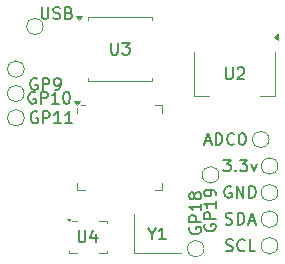
<source format=gbr>
%TF.GenerationSoftware,KiCad,Pcbnew,8.0.4*%
%TF.CreationDate,2024-08-15T19:07:05-07:00*%
%TF.ProjectId,RoboBuddy_NoSIlkScreen,526f626f-4275-4646-9479-5f4e6f53496c,rev?*%
%TF.SameCoordinates,Original*%
%TF.FileFunction,Legend,Top*%
%TF.FilePolarity,Positive*%
%FSLAX46Y46*%
G04 Gerber Fmt 4.6, Leading zero omitted, Abs format (unit mm)*
G04 Created by KiCad (PCBNEW 8.0.4) date 2024-08-15 19:07:05*
%MOMM*%
%LPD*%
G01*
G04 APERTURE LIST*
%ADD10C,0.150000*%
%ADD11C,0.120000*%
G04 APERTURE END LIST*
D10*
X138899523Y-84772438D02*
X138804285Y-84724819D01*
X138804285Y-84724819D02*
X138661428Y-84724819D01*
X138661428Y-84724819D02*
X138518571Y-84772438D01*
X138518571Y-84772438D02*
X138423333Y-84867676D01*
X138423333Y-84867676D02*
X138375714Y-84962914D01*
X138375714Y-84962914D02*
X138328095Y-85153390D01*
X138328095Y-85153390D02*
X138328095Y-85296247D01*
X138328095Y-85296247D02*
X138375714Y-85486723D01*
X138375714Y-85486723D02*
X138423333Y-85581961D01*
X138423333Y-85581961D02*
X138518571Y-85677200D01*
X138518571Y-85677200D02*
X138661428Y-85724819D01*
X138661428Y-85724819D02*
X138756666Y-85724819D01*
X138756666Y-85724819D02*
X138899523Y-85677200D01*
X138899523Y-85677200D02*
X138947142Y-85629580D01*
X138947142Y-85629580D02*
X138947142Y-85296247D01*
X138947142Y-85296247D02*
X138756666Y-85296247D01*
X139375714Y-85724819D02*
X139375714Y-84724819D01*
X139375714Y-84724819D02*
X139756666Y-84724819D01*
X139756666Y-84724819D02*
X139851904Y-84772438D01*
X139851904Y-84772438D02*
X139899523Y-84820057D01*
X139899523Y-84820057D02*
X139947142Y-84915295D01*
X139947142Y-84915295D02*
X139947142Y-85058152D01*
X139947142Y-85058152D02*
X139899523Y-85153390D01*
X139899523Y-85153390D02*
X139851904Y-85201009D01*
X139851904Y-85201009D02*
X139756666Y-85248628D01*
X139756666Y-85248628D02*
X139375714Y-85248628D01*
X140899523Y-85724819D02*
X140328095Y-85724819D01*
X140613809Y-85724819D02*
X140613809Y-84724819D01*
X140613809Y-84724819D02*
X140518571Y-84867676D01*
X140518571Y-84867676D02*
X140423333Y-84962914D01*
X140423333Y-84962914D02*
X140328095Y-85010533D01*
X141518571Y-84724819D02*
X141613809Y-84724819D01*
X141613809Y-84724819D02*
X141709047Y-84772438D01*
X141709047Y-84772438D02*
X141756666Y-84820057D01*
X141756666Y-84820057D02*
X141804285Y-84915295D01*
X141804285Y-84915295D02*
X141851904Y-85105771D01*
X141851904Y-85105771D02*
X141851904Y-85343866D01*
X141851904Y-85343866D02*
X141804285Y-85534342D01*
X141804285Y-85534342D02*
X141756666Y-85629580D01*
X141756666Y-85629580D02*
X141709047Y-85677200D01*
X141709047Y-85677200D02*
X141613809Y-85724819D01*
X141613809Y-85724819D02*
X141518571Y-85724819D01*
X141518571Y-85724819D02*
X141423333Y-85677200D01*
X141423333Y-85677200D02*
X141375714Y-85629580D01*
X141375714Y-85629580D02*
X141328095Y-85534342D01*
X141328095Y-85534342D02*
X141280476Y-85343866D01*
X141280476Y-85343866D02*
X141280476Y-85105771D01*
X141280476Y-85105771D02*
X141328095Y-84915295D01*
X141328095Y-84915295D02*
X141375714Y-84820057D01*
X141375714Y-84820057D02*
X141423333Y-84772438D01*
X141423333Y-84772438D02*
X141518571Y-84724819D01*
X155035714Y-95907200D02*
X155178571Y-95954819D01*
X155178571Y-95954819D02*
X155416666Y-95954819D01*
X155416666Y-95954819D02*
X155511904Y-95907200D01*
X155511904Y-95907200D02*
X155559523Y-95859580D01*
X155559523Y-95859580D02*
X155607142Y-95764342D01*
X155607142Y-95764342D02*
X155607142Y-95669104D01*
X155607142Y-95669104D02*
X155559523Y-95573866D01*
X155559523Y-95573866D02*
X155511904Y-95526247D01*
X155511904Y-95526247D02*
X155416666Y-95478628D01*
X155416666Y-95478628D02*
X155226190Y-95431009D01*
X155226190Y-95431009D02*
X155130952Y-95383390D01*
X155130952Y-95383390D02*
X155083333Y-95335771D01*
X155083333Y-95335771D02*
X155035714Y-95240533D01*
X155035714Y-95240533D02*
X155035714Y-95145295D01*
X155035714Y-95145295D02*
X155083333Y-95050057D01*
X155083333Y-95050057D02*
X155130952Y-95002438D01*
X155130952Y-95002438D02*
X155226190Y-94954819D01*
X155226190Y-94954819D02*
X155464285Y-94954819D01*
X155464285Y-94954819D02*
X155607142Y-95002438D01*
X156035714Y-95954819D02*
X156035714Y-94954819D01*
X156035714Y-94954819D02*
X156273809Y-94954819D01*
X156273809Y-94954819D02*
X156416666Y-95002438D01*
X156416666Y-95002438D02*
X156511904Y-95097676D01*
X156511904Y-95097676D02*
X156559523Y-95192914D01*
X156559523Y-95192914D02*
X156607142Y-95383390D01*
X156607142Y-95383390D02*
X156607142Y-95526247D01*
X156607142Y-95526247D02*
X156559523Y-95716723D01*
X156559523Y-95716723D02*
X156511904Y-95811961D01*
X156511904Y-95811961D02*
X156416666Y-95907200D01*
X156416666Y-95907200D02*
X156273809Y-95954819D01*
X156273809Y-95954819D02*
X156035714Y-95954819D01*
X156988095Y-95669104D02*
X157464285Y-95669104D01*
X156892857Y-95954819D02*
X157226190Y-94954819D01*
X157226190Y-94954819D02*
X157559523Y-95954819D01*
X153252438Y-95940476D02*
X153204819Y-96035714D01*
X153204819Y-96035714D02*
X153204819Y-96178571D01*
X153204819Y-96178571D02*
X153252438Y-96321428D01*
X153252438Y-96321428D02*
X153347676Y-96416666D01*
X153347676Y-96416666D02*
X153442914Y-96464285D01*
X153442914Y-96464285D02*
X153633390Y-96511904D01*
X153633390Y-96511904D02*
X153776247Y-96511904D01*
X153776247Y-96511904D02*
X153966723Y-96464285D01*
X153966723Y-96464285D02*
X154061961Y-96416666D01*
X154061961Y-96416666D02*
X154157200Y-96321428D01*
X154157200Y-96321428D02*
X154204819Y-96178571D01*
X154204819Y-96178571D02*
X154204819Y-96083333D01*
X154204819Y-96083333D02*
X154157200Y-95940476D01*
X154157200Y-95940476D02*
X154109580Y-95892857D01*
X154109580Y-95892857D02*
X153776247Y-95892857D01*
X153776247Y-95892857D02*
X153776247Y-96083333D01*
X154204819Y-95464285D02*
X153204819Y-95464285D01*
X153204819Y-95464285D02*
X153204819Y-95083333D01*
X153204819Y-95083333D02*
X153252438Y-94988095D01*
X153252438Y-94988095D02*
X153300057Y-94940476D01*
X153300057Y-94940476D02*
X153395295Y-94892857D01*
X153395295Y-94892857D02*
X153538152Y-94892857D01*
X153538152Y-94892857D02*
X153633390Y-94940476D01*
X153633390Y-94940476D02*
X153681009Y-94988095D01*
X153681009Y-94988095D02*
X153728628Y-95083333D01*
X153728628Y-95083333D02*
X153728628Y-95464285D01*
X154204819Y-93940476D02*
X154204819Y-94511904D01*
X154204819Y-94226190D02*
X153204819Y-94226190D01*
X153204819Y-94226190D02*
X153347676Y-94321428D01*
X153347676Y-94321428D02*
X153442914Y-94416666D01*
X153442914Y-94416666D02*
X153490533Y-94511904D01*
X154204819Y-93464285D02*
X154204819Y-93273809D01*
X154204819Y-93273809D02*
X154157200Y-93178571D01*
X154157200Y-93178571D02*
X154109580Y-93130952D01*
X154109580Y-93130952D02*
X153966723Y-93035714D01*
X153966723Y-93035714D02*
X153776247Y-92988095D01*
X153776247Y-92988095D02*
X153395295Y-92988095D01*
X153395295Y-92988095D02*
X153300057Y-93035714D01*
X153300057Y-93035714D02*
X153252438Y-93083333D01*
X153252438Y-93083333D02*
X153204819Y-93178571D01*
X153204819Y-93178571D02*
X153204819Y-93369047D01*
X153204819Y-93369047D02*
X153252438Y-93464285D01*
X153252438Y-93464285D02*
X153300057Y-93511904D01*
X153300057Y-93511904D02*
X153395295Y-93559523D01*
X153395295Y-93559523D02*
X153633390Y-93559523D01*
X153633390Y-93559523D02*
X153728628Y-93511904D01*
X153728628Y-93511904D02*
X153776247Y-93464285D01*
X153776247Y-93464285D02*
X153823866Y-93369047D01*
X153823866Y-93369047D02*
X153823866Y-93178571D01*
X153823866Y-93178571D02*
X153776247Y-93083333D01*
X153776247Y-93083333D02*
X153728628Y-93035714D01*
X153728628Y-93035714D02*
X153633390Y-92988095D01*
X139079523Y-86422438D02*
X138984285Y-86374819D01*
X138984285Y-86374819D02*
X138841428Y-86374819D01*
X138841428Y-86374819D02*
X138698571Y-86422438D01*
X138698571Y-86422438D02*
X138603333Y-86517676D01*
X138603333Y-86517676D02*
X138555714Y-86612914D01*
X138555714Y-86612914D02*
X138508095Y-86803390D01*
X138508095Y-86803390D02*
X138508095Y-86946247D01*
X138508095Y-86946247D02*
X138555714Y-87136723D01*
X138555714Y-87136723D02*
X138603333Y-87231961D01*
X138603333Y-87231961D02*
X138698571Y-87327200D01*
X138698571Y-87327200D02*
X138841428Y-87374819D01*
X138841428Y-87374819D02*
X138936666Y-87374819D01*
X138936666Y-87374819D02*
X139079523Y-87327200D01*
X139079523Y-87327200D02*
X139127142Y-87279580D01*
X139127142Y-87279580D02*
X139127142Y-86946247D01*
X139127142Y-86946247D02*
X138936666Y-86946247D01*
X139555714Y-87374819D02*
X139555714Y-86374819D01*
X139555714Y-86374819D02*
X139936666Y-86374819D01*
X139936666Y-86374819D02*
X140031904Y-86422438D01*
X140031904Y-86422438D02*
X140079523Y-86470057D01*
X140079523Y-86470057D02*
X140127142Y-86565295D01*
X140127142Y-86565295D02*
X140127142Y-86708152D01*
X140127142Y-86708152D02*
X140079523Y-86803390D01*
X140079523Y-86803390D02*
X140031904Y-86851009D01*
X140031904Y-86851009D02*
X139936666Y-86898628D01*
X139936666Y-86898628D02*
X139555714Y-86898628D01*
X141079523Y-87374819D02*
X140508095Y-87374819D01*
X140793809Y-87374819D02*
X140793809Y-86374819D01*
X140793809Y-86374819D02*
X140698571Y-86517676D01*
X140698571Y-86517676D02*
X140603333Y-86612914D01*
X140603333Y-86612914D02*
X140508095Y-86660533D01*
X142031904Y-87374819D02*
X141460476Y-87374819D01*
X141746190Y-87374819D02*
X141746190Y-86374819D01*
X141746190Y-86374819D02*
X141650952Y-86517676D01*
X141650952Y-86517676D02*
X141555714Y-86612914D01*
X141555714Y-86612914D02*
X141460476Y-86660533D01*
X155488095Y-92752438D02*
X155392857Y-92704819D01*
X155392857Y-92704819D02*
X155250000Y-92704819D01*
X155250000Y-92704819D02*
X155107143Y-92752438D01*
X155107143Y-92752438D02*
X155011905Y-92847676D01*
X155011905Y-92847676D02*
X154964286Y-92942914D01*
X154964286Y-92942914D02*
X154916667Y-93133390D01*
X154916667Y-93133390D02*
X154916667Y-93276247D01*
X154916667Y-93276247D02*
X154964286Y-93466723D01*
X154964286Y-93466723D02*
X155011905Y-93561961D01*
X155011905Y-93561961D02*
X155107143Y-93657200D01*
X155107143Y-93657200D02*
X155250000Y-93704819D01*
X155250000Y-93704819D02*
X155345238Y-93704819D01*
X155345238Y-93704819D02*
X155488095Y-93657200D01*
X155488095Y-93657200D02*
X155535714Y-93609580D01*
X155535714Y-93609580D02*
X155535714Y-93276247D01*
X155535714Y-93276247D02*
X155345238Y-93276247D01*
X155964286Y-93704819D02*
X155964286Y-92704819D01*
X155964286Y-92704819D02*
X156535714Y-93704819D01*
X156535714Y-93704819D02*
X156535714Y-92704819D01*
X157011905Y-93704819D02*
X157011905Y-92704819D01*
X157011905Y-92704819D02*
X157250000Y-92704819D01*
X157250000Y-92704819D02*
X157392857Y-92752438D01*
X157392857Y-92752438D02*
X157488095Y-92847676D01*
X157488095Y-92847676D02*
X157535714Y-92942914D01*
X157535714Y-92942914D02*
X157583333Y-93133390D01*
X157583333Y-93133390D02*
X157583333Y-93276247D01*
X157583333Y-93276247D02*
X157535714Y-93466723D01*
X157535714Y-93466723D02*
X157488095Y-93561961D01*
X157488095Y-93561961D02*
X157392857Y-93657200D01*
X157392857Y-93657200D02*
X157250000Y-93704819D01*
X157250000Y-93704819D02*
X157011905Y-93704819D01*
X154821429Y-90454819D02*
X155440476Y-90454819D01*
X155440476Y-90454819D02*
X155107143Y-90835771D01*
X155107143Y-90835771D02*
X155250000Y-90835771D01*
X155250000Y-90835771D02*
X155345238Y-90883390D01*
X155345238Y-90883390D02*
X155392857Y-90931009D01*
X155392857Y-90931009D02*
X155440476Y-91026247D01*
X155440476Y-91026247D02*
X155440476Y-91264342D01*
X155440476Y-91264342D02*
X155392857Y-91359580D01*
X155392857Y-91359580D02*
X155345238Y-91407200D01*
X155345238Y-91407200D02*
X155250000Y-91454819D01*
X155250000Y-91454819D02*
X154964286Y-91454819D01*
X154964286Y-91454819D02*
X154869048Y-91407200D01*
X154869048Y-91407200D02*
X154821429Y-91359580D01*
X155869048Y-91359580D02*
X155916667Y-91407200D01*
X155916667Y-91407200D02*
X155869048Y-91454819D01*
X155869048Y-91454819D02*
X155821429Y-91407200D01*
X155821429Y-91407200D02*
X155869048Y-91359580D01*
X155869048Y-91359580D02*
X155869048Y-91454819D01*
X156250000Y-90454819D02*
X156869047Y-90454819D01*
X156869047Y-90454819D02*
X156535714Y-90835771D01*
X156535714Y-90835771D02*
X156678571Y-90835771D01*
X156678571Y-90835771D02*
X156773809Y-90883390D01*
X156773809Y-90883390D02*
X156821428Y-90931009D01*
X156821428Y-90931009D02*
X156869047Y-91026247D01*
X156869047Y-91026247D02*
X156869047Y-91264342D01*
X156869047Y-91264342D02*
X156821428Y-91359580D01*
X156821428Y-91359580D02*
X156773809Y-91407200D01*
X156773809Y-91407200D02*
X156678571Y-91454819D01*
X156678571Y-91454819D02*
X156392857Y-91454819D01*
X156392857Y-91454819D02*
X156297619Y-91407200D01*
X156297619Y-91407200D02*
X156250000Y-91359580D01*
X157202381Y-90788152D02*
X157440476Y-91454819D01*
X157440476Y-91454819D02*
X157678571Y-90788152D01*
X148773809Y-96728628D02*
X148773809Y-97204819D01*
X148440476Y-96204819D02*
X148773809Y-96728628D01*
X148773809Y-96728628D02*
X149107142Y-96204819D01*
X149964285Y-97204819D02*
X149392857Y-97204819D01*
X149678571Y-97204819D02*
X149678571Y-96204819D01*
X149678571Y-96204819D02*
X149583333Y-96347676D01*
X149583333Y-96347676D02*
X149488095Y-96442914D01*
X149488095Y-96442914D02*
X149392857Y-96490533D01*
X155059524Y-98157200D02*
X155202381Y-98204819D01*
X155202381Y-98204819D02*
X155440476Y-98204819D01*
X155440476Y-98204819D02*
X155535714Y-98157200D01*
X155535714Y-98157200D02*
X155583333Y-98109580D01*
X155583333Y-98109580D02*
X155630952Y-98014342D01*
X155630952Y-98014342D02*
X155630952Y-97919104D01*
X155630952Y-97919104D02*
X155583333Y-97823866D01*
X155583333Y-97823866D02*
X155535714Y-97776247D01*
X155535714Y-97776247D02*
X155440476Y-97728628D01*
X155440476Y-97728628D02*
X155250000Y-97681009D01*
X155250000Y-97681009D02*
X155154762Y-97633390D01*
X155154762Y-97633390D02*
X155107143Y-97585771D01*
X155107143Y-97585771D02*
X155059524Y-97490533D01*
X155059524Y-97490533D02*
X155059524Y-97395295D01*
X155059524Y-97395295D02*
X155107143Y-97300057D01*
X155107143Y-97300057D02*
X155154762Y-97252438D01*
X155154762Y-97252438D02*
X155250000Y-97204819D01*
X155250000Y-97204819D02*
X155488095Y-97204819D01*
X155488095Y-97204819D02*
X155630952Y-97252438D01*
X156630952Y-98109580D02*
X156583333Y-98157200D01*
X156583333Y-98157200D02*
X156440476Y-98204819D01*
X156440476Y-98204819D02*
X156345238Y-98204819D01*
X156345238Y-98204819D02*
X156202381Y-98157200D01*
X156202381Y-98157200D02*
X156107143Y-98061961D01*
X156107143Y-98061961D02*
X156059524Y-97966723D01*
X156059524Y-97966723D02*
X156011905Y-97776247D01*
X156011905Y-97776247D02*
X156011905Y-97633390D01*
X156011905Y-97633390D02*
X156059524Y-97442914D01*
X156059524Y-97442914D02*
X156107143Y-97347676D01*
X156107143Y-97347676D02*
X156202381Y-97252438D01*
X156202381Y-97252438D02*
X156345238Y-97204819D01*
X156345238Y-97204819D02*
X156440476Y-97204819D01*
X156440476Y-97204819D02*
X156583333Y-97252438D01*
X156583333Y-97252438D02*
X156630952Y-97300057D01*
X157535714Y-98204819D02*
X157059524Y-98204819D01*
X157059524Y-98204819D02*
X157059524Y-97204819D01*
X145338095Y-80559819D02*
X145338095Y-81369342D01*
X145338095Y-81369342D02*
X145385714Y-81464580D01*
X145385714Y-81464580D02*
X145433333Y-81512200D01*
X145433333Y-81512200D02*
X145528571Y-81559819D01*
X145528571Y-81559819D02*
X145719047Y-81559819D01*
X145719047Y-81559819D02*
X145814285Y-81512200D01*
X145814285Y-81512200D02*
X145861904Y-81464580D01*
X145861904Y-81464580D02*
X145909523Y-81369342D01*
X145909523Y-81369342D02*
X145909523Y-80559819D01*
X146290476Y-80559819D02*
X146909523Y-80559819D01*
X146909523Y-80559819D02*
X146576190Y-80940771D01*
X146576190Y-80940771D02*
X146719047Y-80940771D01*
X146719047Y-80940771D02*
X146814285Y-80988390D01*
X146814285Y-80988390D02*
X146861904Y-81036009D01*
X146861904Y-81036009D02*
X146909523Y-81131247D01*
X146909523Y-81131247D02*
X146909523Y-81369342D01*
X146909523Y-81369342D02*
X146861904Y-81464580D01*
X146861904Y-81464580D02*
X146814285Y-81512200D01*
X146814285Y-81512200D02*
X146719047Y-81559819D01*
X146719047Y-81559819D02*
X146433333Y-81559819D01*
X146433333Y-81559819D02*
X146338095Y-81512200D01*
X146338095Y-81512200D02*
X146290476Y-81464580D01*
X142575595Y-96454819D02*
X142575595Y-97264342D01*
X142575595Y-97264342D02*
X142623214Y-97359580D01*
X142623214Y-97359580D02*
X142670833Y-97407200D01*
X142670833Y-97407200D02*
X142766071Y-97454819D01*
X142766071Y-97454819D02*
X142956547Y-97454819D01*
X142956547Y-97454819D02*
X143051785Y-97407200D01*
X143051785Y-97407200D02*
X143099404Y-97359580D01*
X143099404Y-97359580D02*
X143147023Y-97264342D01*
X143147023Y-97264342D02*
X143147023Y-96454819D01*
X144051785Y-96788152D02*
X144051785Y-97454819D01*
X143813690Y-96407200D02*
X143575595Y-97121485D01*
X143575595Y-97121485D02*
X144194642Y-97121485D01*
X139055714Y-83612438D02*
X138960476Y-83564819D01*
X138960476Y-83564819D02*
X138817619Y-83564819D01*
X138817619Y-83564819D02*
X138674762Y-83612438D01*
X138674762Y-83612438D02*
X138579524Y-83707676D01*
X138579524Y-83707676D02*
X138531905Y-83802914D01*
X138531905Y-83802914D02*
X138484286Y-83993390D01*
X138484286Y-83993390D02*
X138484286Y-84136247D01*
X138484286Y-84136247D02*
X138531905Y-84326723D01*
X138531905Y-84326723D02*
X138579524Y-84421961D01*
X138579524Y-84421961D02*
X138674762Y-84517200D01*
X138674762Y-84517200D02*
X138817619Y-84564819D01*
X138817619Y-84564819D02*
X138912857Y-84564819D01*
X138912857Y-84564819D02*
X139055714Y-84517200D01*
X139055714Y-84517200D02*
X139103333Y-84469580D01*
X139103333Y-84469580D02*
X139103333Y-84136247D01*
X139103333Y-84136247D02*
X138912857Y-84136247D01*
X139531905Y-84564819D02*
X139531905Y-83564819D01*
X139531905Y-83564819D02*
X139912857Y-83564819D01*
X139912857Y-83564819D02*
X140008095Y-83612438D01*
X140008095Y-83612438D02*
X140055714Y-83660057D01*
X140055714Y-83660057D02*
X140103333Y-83755295D01*
X140103333Y-83755295D02*
X140103333Y-83898152D01*
X140103333Y-83898152D02*
X140055714Y-83993390D01*
X140055714Y-83993390D02*
X140008095Y-84041009D01*
X140008095Y-84041009D02*
X139912857Y-84088628D01*
X139912857Y-84088628D02*
X139531905Y-84088628D01*
X140579524Y-84564819D02*
X140770000Y-84564819D01*
X140770000Y-84564819D02*
X140865238Y-84517200D01*
X140865238Y-84517200D02*
X140912857Y-84469580D01*
X140912857Y-84469580D02*
X141008095Y-84326723D01*
X141008095Y-84326723D02*
X141055714Y-84136247D01*
X141055714Y-84136247D02*
X141055714Y-83755295D01*
X141055714Y-83755295D02*
X141008095Y-83660057D01*
X141008095Y-83660057D02*
X140960476Y-83612438D01*
X140960476Y-83612438D02*
X140865238Y-83564819D01*
X140865238Y-83564819D02*
X140674762Y-83564819D01*
X140674762Y-83564819D02*
X140579524Y-83612438D01*
X140579524Y-83612438D02*
X140531905Y-83660057D01*
X140531905Y-83660057D02*
X140484286Y-83755295D01*
X140484286Y-83755295D02*
X140484286Y-83993390D01*
X140484286Y-83993390D02*
X140531905Y-84088628D01*
X140531905Y-84088628D02*
X140579524Y-84136247D01*
X140579524Y-84136247D02*
X140674762Y-84183866D01*
X140674762Y-84183866D02*
X140865238Y-84183866D01*
X140865238Y-84183866D02*
X140960476Y-84136247D01*
X140960476Y-84136247D02*
X141008095Y-84088628D01*
X141008095Y-84088628D02*
X141055714Y-83993390D01*
X155038095Y-82654819D02*
X155038095Y-83464342D01*
X155038095Y-83464342D02*
X155085714Y-83559580D01*
X155085714Y-83559580D02*
X155133333Y-83607200D01*
X155133333Y-83607200D02*
X155228571Y-83654819D01*
X155228571Y-83654819D02*
X155419047Y-83654819D01*
X155419047Y-83654819D02*
X155514285Y-83607200D01*
X155514285Y-83607200D02*
X155561904Y-83559580D01*
X155561904Y-83559580D02*
X155609523Y-83464342D01*
X155609523Y-83464342D02*
X155609523Y-82654819D01*
X156038095Y-82750057D02*
X156085714Y-82702438D01*
X156085714Y-82702438D02*
X156180952Y-82654819D01*
X156180952Y-82654819D02*
X156419047Y-82654819D01*
X156419047Y-82654819D02*
X156514285Y-82702438D01*
X156514285Y-82702438D02*
X156561904Y-82750057D01*
X156561904Y-82750057D02*
X156609523Y-82845295D01*
X156609523Y-82845295D02*
X156609523Y-82940533D01*
X156609523Y-82940533D02*
X156561904Y-83083390D01*
X156561904Y-83083390D02*
X155990476Y-83654819D01*
X155990476Y-83654819D02*
X156609523Y-83654819D01*
X152002438Y-96190476D02*
X151954819Y-96285714D01*
X151954819Y-96285714D02*
X151954819Y-96428571D01*
X151954819Y-96428571D02*
X152002438Y-96571428D01*
X152002438Y-96571428D02*
X152097676Y-96666666D01*
X152097676Y-96666666D02*
X152192914Y-96714285D01*
X152192914Y-96714285D02*
X152383390Y-96761904D01*
X152383390Y-96761904D02*
X152526247Y-96761904D01*
X152526247Y-96761904D02*
X152716723Y-96714285D01*
X152716723Y-96714285D02*
X152811961Y-96666666D01*
X152811961Y-96666666D02*
X152907200Y-96571428D01*
X152907200Y-96571428D02*
X152954819Y-96428571D01*
X152954819Y-96428571D02*
X152954819Y-96333333D01*
X152954819Y-96333333D02*
X152907200Y-96190476D01*
X152907200Y-96190476D02*
X152859580Y-96142857D01*
X152859580Y-96142857D02*
X152526247Y-96142857D01*
X152526247Y-96142857D02*
X152526247Y-96333333D01*
X152954819Y-95714285D02*
X151954819Y-95714285D01*
X151954819Y-95714285D02*
X151954819Y-95333333D01*
X151954819Y-95333333D02*
X152002438Y-95238095D01*
X152002438Y-95238095D02*
X152050057Y-95190476D01*
X152050057Y-95190476D02*
X152145295Y-95142857D01*
X152145295Y-95142857D02*
X152288152Y-95142857D01*
X152288152Y-95142857D02*
X152383390Y-95190476D01*
X152383390Y-95190476D02*
X152431009Y-95238095D01*
X152431009Y-95238095D02*
X152478628Y-95333333D01*
X152478628Y-95333333D02*
X152478628Y-95714285D01*
X152954819Y-94190476D02*
X152954819Y-94761904D01*
X152954819Y-94476190D02*
X151954819Y-94476190D01*
X151954819Y-94476190D02*
X152097676Y-94571428D01*
X152097676Y-94571428D02*
X152192914Y-94666666D01*
X152192914Y-94666666D02*
X152240533Y-94761904D01*
X152383390Y-93619047D02*
X152335771Y-93714285D01*
X152335771Y-93714285D02*
X152288152Y-93761904D01*
X152288152Y-93761904D02*
X152192914Y-93809523D01*
X152192914Y-93809523D02*
X152145295Y-93809523D01*
X152145295Y-93809523D02*
X152050057Y-93761904D01*
X152050057Y-93761904D02*
X152002438Y-93714285D01*
X152002438Y-93714285D02*
X151954819Y-93619047D01*
X151954819Y-93619047D02*
X151954819Y-93428571D01*
X151954819Y-93428571D02*
X152002438Y-93333333D01*
X152002438Y-93333333D02*
X152050057Y-93285714D01*
X152050057Y-93285714D02*
X152145295Y-93238095D01*
X152145295Y-93238095D02*
X152192914Y-93238095D01*
X152192914Y-93238095D02*
X152288152Y-93285714D01*
X152288152Y-93285714D02*
X152335771Y-93333333D01*
X152335771Y-93333333D02*
X152383390Y-93428571D01*
X152383390Y-93428571D02*
X152383390Y-93619047D01*
X152383390Y-93619047D02*
X152431009Y-93714285D01*
X152431009Y-93714285D02*
X152478628Y-93761904D01*
X152478628Y-93761904D02*
X152573866Y-93809523D01*
X152573866Y-93809523D02*
X152764342Y-93809523D01*
X152764342Y-93809523D02*
X152859580Y-93761904D01*
X152859580Y-93761904D02*
X152907200Y-93714285D01*
X152907200Y-93714285D02*
X152954819Y-93619047D01*
X152954819Y-93619047D02*
X152954819Y-93428571D01*
X152954819Y-93428571D02*
X152907200Y-93333333D01*
X152907200Y-93333333D02*
X152859580Y-93285714D01*
X152859580Y-93285714D02*
X152764342Y-93238095D01*
X152764342Y-93238095D02*
X152573866Y-93238095D01*
X152573866Y-93238095D02*
X152478628Y-93285714D01*
X152478628Y-93285714D02*
X152431009Y-93333333D01*
X152431009Y-93333333D02*
X152383390Y-93428571D01*
X153285714Y-88919104D02*
X153761904Y-88919104D01*
X153190476Y-89204819D02*
X153523809Y-88204819D01*
X153523809Y-88204819D02*
X153857142Y-89204819D01*
X154190476Y-89204819D02*
X154190476Y-88204819D01*
X154190476Y-88204819D02*
X154428571Y-88204819D01*
X154428571Y-88204819D02*
X154571428Y-88252438D01*
X154571428Y-88252438D02*
X154666666Y-88347676D01*
X154666666Y-88347676D02*
X154714285Y-88442914D01*
X154714285Y-88442914D02*
X154761904Y-88633390D01*
X154761904Y-88633390D02*
X154761904Y-88776247D01*
X154761904Y-88776247D02*
X154714285Y-88966723D01*
X154714285Y-88966723D02*
X154666666Y-89061961D01*
X154666666Y-89061961D02*
X154571428Y-89157200D01*
X154571428Y-89157200D02*
X154428571Y-89204819D01*
X154428571Y-89204819D02*
X154190476Y-89204819D01*
X155761904Y-89109580D02*
X155714285Y-89157200D01*
X155714285Y-89157200D02*
X155571428Y-89204819D01*
X155571428Y-89204819D02*
X155476190Y-89204819D01*
X155476190Y-89204819D02*
X155333333Y-89157200D01*
X155333333Y-89157200D02*
X155238095Y-89061961D01*
X155238095Y-89061961D02*
X155190476Y-88966723D01*
X155190476Y-88966723D02*
X155142857Y-88776247D01*
X155142857Y-88776247D02*
X155142857Y-88633390D01*
X155142857Y-88633390D02*
X155190476Y-88442914D01*
X155190476Y-88442914D02*
X155238095Y-88347676D01*
X155238095Y-88347676D02*
X155333333Y-88252438D01*
X155333333Y-88252438D02*
X155476190Y-88204819D01*
X155476190Y-88204819D02*
X155571428Y-88204819D01*
X155571428Y-88204819D02*
X155714285Y-88252438D01*
X155714285Y-88252438D02*
X155761904Y-88300057D01*
X156380952Y-88204819D02*
X156476190Y-88204819D01*
X156476190Y-88204819D02*
X156571428Y-88252438D01*
X156571428Y-88252438D02*
X156619047Y-88300057D01*
X156619047Y-88300057D02*
X156666666Y-88395295D01*
X156666666Y-88395295D02*
X156714285Y-88585771D01*
X156714285Y-88585771D02*
X156714285Y-88823866D01*
X156714285Y-88823866D02*
X156666666Y-89014342D01*
X156666666Y-89014342D02*
X156619047Y-89109580D01*
X156619047Y-89109580D02*
X156571428Y-89157200D01*
X156571428Y-89157200D02*
X156476190Y-89204819D01*
X156476190Y-89204819D02*
X156380952Y-89204819D01*
X156380952Y-89204819D02*
X156285714Y-89157200D01*
X156285714Y-89157200D02*
X156238095Y-89109580D01*
X156238095Y-89109580D02*
X156190476Y-89014342D01*
X156190476Y-89014342D02*
X156142857Y-88823866D01*
X156142857Y-88823866D02*
X156142857Y-88585771D01*
X156142857Y-88585771D02*
X156190476Y-88395295D01*
X156190476Y-88395295D02*
X156238095Y-88300057D01*
X156238095Y-88300057D02*
X156285714Y-88252438D01*
X156285714Y-88252438D02*
X156380952Y-88204819D01*
X139438095Y-77534819D02*
X139438095Y-78344342D01*
X139438095Y-78344342D02*
X139485714Y-78439580D01*
X139485714Y-78439580D02*
X139533333Y-78487200D01*
X139533333Y-78487200D02*
X139628571Y-78534819D01*
X139628571Y-78534819D02*
X139819047Y-78534819D01*
X139819047Y-78534819D02*
X139914285Y-78487200D01*
X139914285Y-78487200D02*
X139961904Y-78439580D01*
X139961904Y-78439580D02*
X140009523Y-78344342D01*
X140009523Y-78344342D02*
X140009523Y-77534819D01*
X140438095Y-78487200D02*
X140580952Y-78534819D01*
X140580952Y-78534819D02*
X140819047Y-78534819D01*
X140819047Y-78534819D02*
X140914285Y-78487200D01*
X140914285Y-78487200D02*
X140961904Y-78439580D01*
X140961904Y-78439580D02*
X141009523Y-78344342D01*
X141009523Y-78344342D02*
X141009523Y-78249104D01*
X141009523Y-78249104D02*
X140961904Y-78153866D01*
X140961904Y-78153866D02*
X140914285Y-78106247D01*
X140914285Y-78106247D02*
X140819047Y-78058628D01*
X140819047Y-78058628D02*
X140628571Y-78011009D01*
X140628571Y-78011009D02*
X140533333Y-77963390D01*
X140533333Y-77963390D02*
X140485714Y-77915771D01*
X140485714Y-77915771D02*
X140438095Y-77820533D01*
X140438095Y-77820533D02*
X140438095Y-77725295D01*
X140438095Y-77725295D02*
X140485714Y-77630057D01*
X140485714Y-77630057D02*
X140533333Y-77582438D01*
X140533333Y-77582438D02*
X140628571Y-77534819D01*
X140628571Y-77534819D02*
X140866666Y-77534819D01*
X140866666Y-77534819D02*
X141009523Y-77582438D01*
X141771428Y-78011009D02*
X141914285Y-78058628D01*
X141914285Y-78058628D02*
X141961904Y-78106247D01*
X141961904Y-78106247D02*
X142009523Y-78201485D01*
X142009523Y-78201485D02*
X142009523Y-78344342D01*
X142009523Y-78344342D02*
X141961904Y-78439580D01*
X141961904Y-78439580D02*
X141914285Y-78487200D01*
X141914285Y-78487200D02*
X141819047Y-78534819D01*
X141819047Y-78534819D02*
X141438095Y-78534819D01*
X141438095Y-78534819D02*
X141438095Y-77534819D01*
X141438095Y-77534819D02*
X141771428Y-77534819D01*
X141771428Y-77534819D02*
X141866666Y-77582438D01*
X141866666Y-77582438D02*
X141914285Y-77630057D01*
X141914285Y-77630057D02*
X141961904Y-77725295D01*
X141961904Y-77725295D02*
X141961904Y-77820533D01*
X141961904Y-77820533D02*
X141914285Y-77915771D01*
X141914285Y-77915771D02*
X141866666Y-77963390D01*
X141866666Y-77963390D02*
X141771428Y-78011009D01*
X141771428Y-78011009D02*
X141438095Y-78011009D01*
D11*
%TO.C,GP10*%
X137960000Y-84860000D02*
G75*
G02*
X136560000Y-84860000I-700000J0D01*
G01*
X136560000Y-84860000D02*
G75*
G02*
X137960000Y-84860000I700000J0D01*
G01*
%TO.C,SDA*%
X159450000Y-95500000D02*
G75*
G02*
X158050000Y-95500000I-700000J0D01*
G01*
X158050000Y-95500000D02*
G75*
G02*
X159450000Y-95500000I700000J0D01*
G01*
%TO.C,GP19*%
X154450000Y-91750000D02*
G75*
G02*
X153050000Y-91750000I-700000J0D01*
G01*
X153050000Y-91750000D02*
G75*
G02*
X154450000Y-91750000I700000J0D01*
G01*
%TO.C,GP11*%
X137970000Y-86920000D02*
G75*
G02*
X136570000Y-86920000I-700000J0D01*
G01*
X136570000Y-86920000D02*
G75*
G02*
X137970000Y-86920000I700000J0D01*
G01*
%TO.C,GND*%
X159450000Y-93250000D02*
G75*
G02*
X158050000Y-93250000I-700000J0D01*
G01*
X158050000Y-93250000D02*
G75*
G02*
X159450000Y-93250000I700000J0D01*
G01*
%TO.C,U1*%
X142452500Y-86477500D02*
X142452500Y-86067500D01*
X142452500Y-93047500D02*
X142452500Y-92397500D01*
X143102500Y-85827500D02*
X142752500Y-85827500D01*
X143102500Y-93047500D02*
X142452500Y-93047500D01*
X149022500Y-85827500D02*
X149672500Y-85827500D01*
X149022500Y-93047500D02*
X149672500Y-93047500D01*
X149672500Y-85827500D02*
X149672500Y-86477500D01*
X149672500Y-93047500D02*
X149672500Y-92397500D01*
X142452500Y-85827500D02*
X142212500Y-85497500D01*
X142692500Y-85497500D01*
X142452500Y-85827500D01*
G36*
X142452500Y-85827500D02*
G01*
X142212500Y-85497500D01*
X142692500Y-85497500D01*
X142452500Y-85827500D01*
G37*
%TO.C,3.3v*%
X159450000Y-91000000D02*
G75*
G02*
X158050000Y-91000000I-700000J0D01*
G01*
X158050000Y-91000000D02*
G75*
G02*
X159450000Y-91000000I700000J0D01*
G01*
%TO.C,Y1*%
X147250000Y-95100000D02*
X147250000Y-98400000D01*
X147250000Y-98400000D02*
X151250000Y-98400000D01*
%TO.C,SCL*%
X159450000Y-97750000D02*
G75*
G02*
X158050000Y-97750000I-700000J0D01*
G01*
X158050000Y-97750000D02*
G75*
G02*
X159450000Y-97750000I700000J0D01*
G01*
%TO.C,U3*%
X143375000Y-78380000D02*
X143375000Y-78640000D01*
X143375000Y-83830000D02*
X143375000Y-83570000D01*
X146100000Y-78380000D02*
X143375000Y-78380000D01*
X146100000Y-78380000D02*
X148825000Y-78380000D01*
X146100000Y-83830000D02*
X143375000Y-83830000D01*
X146100000Y-83830000D02*
X148825000Y-83830000D01*
X148825000Y-78380000D02*
X148825000Y-78640000D01*
X148825000Y-83830000D02*
X148825000Y-83570000D01*
X142592500Y-78640000D02*
X142352500Y-78310000D01*
X142832500Y-78310000D01*
X142592500Y-78640000D01*
G36*
X142592500Y-78640000D02*
G01*
X142352500Y-78310000D01*
X142832500Y-78310000D01*
X142592500Y-78640000D01*
G37*
%TO.C,U4*%
X141727500Y-98360000D02*
X141727500Y-98185000D01*
X142402500Y-95640000D02*
X142027500Y-95640000D01*
X142402500Y-98360000D02*
X141727500Y-98360000D01*
X144272500Y-95640000D02*
X144947500Y-95640000D01*
X144272500Y-98360000D02*
X144947500Y-98360000D01*
X144947500Y-95640000D02*
X144947500Y-95815000D01*
X144947500Y-98360000D02*
X144947500Y-98185000D01*
X141727500Y-95640000D02*
X141587500Y-95450000D01*
X141867500Y-95450000D01*
X141727500Y-95640000D01*
G36*
X141727500Y-95640000D02*
G01*
X141587500Y-95450000D01*
X141867500Y-95450000D01*
X141727500Y-95640000D01*
G37*
%TO.C,GP9*%
X137970000Y-82790000D02*
G75*
G02*
X136570000Y-82790000I-700000J0D01*
G01*
X136570000Y-82790000D02*
G75*
G02*
X137970000Y-82790000I700000J0D01*
G01*
%TO.C,U2*%
X152390000Y-81350000D02*
X152390000Y-85110000D01*
X152390000Y-85110000D02*
X153650000Y-85110000D01*
X159210000Y-81350000D02*
X159210000Y-85110000D01*
X159210000Y-85110000D02*
X157950000Y-85110000D01*
X159440000Y-80310000D02*
X159110000Y-80070000D01*
X159440000Y-79830000D01*
X159440000Y-80310000D01*
G36*
X159440000Y-80310000D02*
G01*
X159110000Y-80070000D01*
X159440000Y-79830000D01*
X159440000Y-80310000D01*
G37*
%TO.C,GP18*%
X153200000Y-98000000D02*
G75*
G02*
X151800000Y-98000000I-700000J0D01*
G01*
X151800000Y-98000000D02*
G75*
G02*
X153200000Y-98000000I700000J0D01*
G01*
%TO.C,ADC0*%
X158700000Y-88750000D02*
G75*
G02*
X157300000Y-88750000I-700000J0D01*
G01*
X157300000Y-88750000D02*
G75*
G02*
X158700000Y-88750000I700000J0D01*
G01*
%TO.C,USB*%
X139580000Y-79180000D02*
G75*
G02*
X138180000Y-79180000I-700000J0D01*
G01*
X138180000Y-79180000D02*
G75*
G02*
X139580000Y-79180000I700000J0D01*
G01*
%TD*%
M02*

</source>
